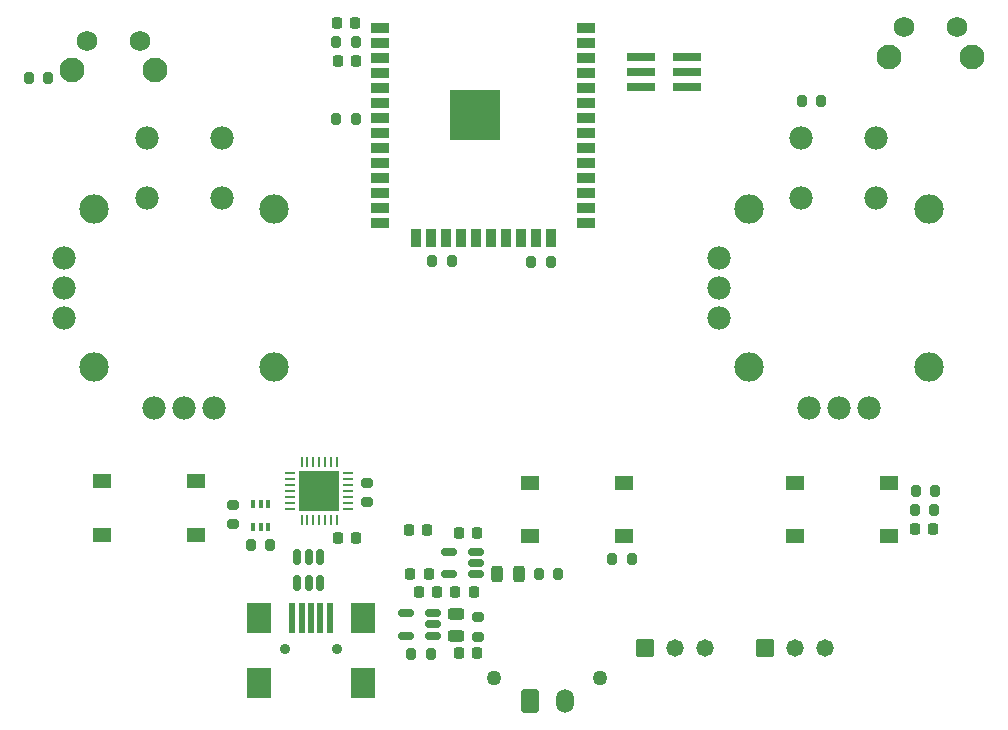
<source format=gbr>
%TF.GenerationSoftware,KiCad,Pcbnew,9.0.1*%
%TF.CreationDate,2025-04-06T10:41:45+02:00*%
%TF.ProjectId,RcSender,52635365-6e64-4657-922e-6b696361645f,rev?*%
%TF.SameCoordinates,Original*%
%TF.FileFunction,Soldermask,Top*%
%TF.FilePolarity,Negative*%
%FSLAX46Y46*%
G04 Gerber Fmt 4.6, Leading zero omitted, Abs format (unit mm)*
G04 Created by KiCad (PCBNEW 9.0.1) date 2025-04-06 10:41:45*
%MOMM*%
%LPD*%
G01*
G04 APERTURE LIST*
G04 Aperture macros list*
%AMRoundRect*
0 Rectangle with rounded corners*
0 $1 Rounding radius*
0 $2 $3 $4 $5 $6 $7 $8 $9 X,Y pos of 4 corners*
0 Add a 4 corners polygon primitive as box body*
4,1,4,$2,$3,$4,$5,$6,$7,$8,$9,$2,$3,0*
0 Add four circle primitives for the rounded corners*
1,1,$1+$1,$2,$3*
1,1,$1+$1,$4,$5*
1,1,$1+$1,$6,$7*
1,1,$1+$1,$8,$9*
0 Add four rect primitives between the rounded corners*
20,1,$1+$1,$2,$3,$4,$5,0*
20,1,$1+$1,$4,$5,$6,$7,0*
20,1,$1+$1,$6,$7,$8,$9,0*
20,1,$1+$1,$8,$9,$2,$3,0*%
G04 Aperture macros list end*
%ADD10RoundRect,0.200000X-0.275000X0.200000X-0.275000X-0.200000X0.275000X-0.200000X0.275000X0.200000X0*%
%ADD11RoundRect,0.102000X-0.634000X-0.634000X0.634000X-0.634000X0.634000X0.634000X-0.634000X0.634000X0*%
%ADD12C,1.472000*%
%ADD13RoundRect,0.100000X0.100000X-0.225000X0.100000X0.225000X-0.100000X0.225000X-0.100000X-0.225000X0*%
%ADD14R,1.500000X0.900000*%
%ADD15R,0.900000X1.500000*%
%ADD16C,0.600000*%
%ADD17R,4.200000X4.200000*%
%ADD18RoundRect,0.150000X0.512500X0.150000X-0.512500X0.150000X-0.512500X-0.150000X0.512500X-0.150000X0*%
%ADD19RoundRect,0.200000X0.275000X-0.200000X0.275000X0.200000X-0.275000X0.200000X-0.275000X-0.200000X0*%
%ADD20RoundRect,0.225000X0.225000X0.250000X-0.225000X0.250000X-0.225000X-0.250000X0.225000X-0.250000X0*%
%ADD21C,2.100000*%
%ADD22C,1.750000*%
%ADD23RoundRect,0.243750X-0.243750X-0.456250X0.243750X-0.456250X0.243750X0.456250X-0.243750X0.456250X0*%
%ADD24RoundRect,0.200000X0.200000X0.275000X-0.200000X0.275000X-0.200000X-0.275000X0.200000X-0.275000X0*%
%ADD25RoundRect,0.243750X0.456250X-0.243750X0.456250X0.243750X-0.456250X0.243750X-0.456250X-0.243750X0*%
%ADD26RoundRect,0.225000X-0.225000X-0.250000X0.225000X-0.250000X0.225000X0.250000X-0.225000X0.250000X0*%
%ADD27RoundRect,0.218750X0.218750X0.256250X-0.218750X0.256250X-0.218750X-0.256250X0.218750X-0.256250X0*%
%ADD28R,1.550000X1.300000*%
%ADD29RoundRect,0.200000X-0.200000X-0.275000X0.200000X-0.275000X0.200000X0.275000X-0.200000X0.275000X0*%
%ADD30R,2.400000X0.740000*%
%ADD31RoundRect,0.062500X0.062500X-0.337500X0.062500X0.337500X-0.062500X0.337500X-0.062500X-0.337500X0*%
%ADD32RoundRect,0.062500X0.337500X-0.062500X0.337500X0.062500X-0.337500X0.062500X-0.337500X-0.062500X0*%
%ADD33R,3.350000X3.350000*%
%ADD34C,1.270000*%
%ADD35RoundRect,0.250001X-0.499999X-0.759999X0.499999X-0.759999X0.499999X0.759999X-0.499999X0.759999X0*%
%ADD36O,1.500000X2.020000*%
%ADD37RoundRect,0.150000X0.150000X-0.512500X0.150000X0.512500X-0.150000X0.512500X-0.150000X-0.512500X0*%
%ADD38C,1.982000*%
%ADD39C,2.490000*%
%ADD40C,0.900000*%
%ADD41R,0.500000X2.500000*%
%ADD42R,2.000000X2.500000*%
G04 APERTURE END LIST*
D10*
%TO.C,R13*%
X64200000Y-121500000D03*
X64200000Y-123150000D03*
%TD*%
D11*
%TO.C,POT1*%
X97950000Y-135500000D03*
D12*
X100490000Y-135500000D03*
X103030000Y-135500000D03*
%TD*%
D13*
%TO.C,Q1*%
X54580000Y-125220000D03*
X55230000Y-125220000D03*
X55880000Y-125220000D03*
X55880000Y-123320000D03*
X55230000Y-123320000D03*
X54580000Y-123320000D03*
%TD*%
D14*
%TO.C,U4*%
X65305000Y-83035000D03*
X65305000Y-84305000D03*
X65305000Y-85575000D03*
X65305000Y-86845000D03*
X65305000Y-88115000D03*
X65305000Y-89385000D03*
X65305000Y-90655000D03*
X65305000Y-91925000D03*
X65305000Y-93195000D03*
X65305000Y-94465000D03*
X65305000Y-95735000D03*
X65305000Y-97005000D03*
X65305000Y-98275000D03*
X65305000Y-99545000D03*
D15*
X68345000Y-100795000D03*
X69615000Y-100795000D03*
X70885000Y-100795000D03*
X72155000Y-100795000D03*
X73425000Y-100795000D03*
X74695000Y-100795000D03*
X75965000Y-100795000D03*
X77235000Y-100795000D03*
X78505000Y-100795000D03*
X79775000Y-100795000D03*
D14*
X82805000Y-99545000D03*
X82805000Y-98275000D03*
X82805000Y-97005000D03*
X82805000Y-95735000D03*
X82805000Y-94465000D03*
X82805000Y-93195000D03*
X82805000Y-91925000D03*
X82805000Y-90655000D03*
X82805000Y-89385000D03*
X82805000Y-88115000D03*
X82805000Y-86845000D03*
X82805000Y-85575000D03*
X82805000Y-84305000D03*
X82805000Y-83035000D03*
D16*
X71850000Y-89612500D03*
X71850000Y-91137500D03*
X72612500Y-88850000D03*
X72612500Y-90375000D03*
X72612500Y-91900000D03*
X73375000Y-89612500D03*
D17*
X73375000Y-90375000D03*
D16*
X73375000Y-91137500D03*
X74137500Y-88850000D03*
X74137500Y-90375000D03*
X74137500Y-91900000D03*
X74900000Y-89612500D03*
X74900000Y-91137500D03*
%TD*%
D18*
%TO.C,U2*%
X73425000Y-129250000D03*
X73425000Y-128300000D03*
X73425000Y-127350000D03*
X71150000Y-127350000D03*
X71150000Y-129250000D03*
%TD*%
D19*
%TO.C,R2*%
X73600000Y-134550000D03*
X73600000Y-132900000D03*
%TD*%
D20*
%TO.C,C3*%
X73575000Y-125800000D03*
X72025000Y-125800000D03*
%TD*%
D21*
%TO.C,SW1*%
X39275000Y-86602500D03*
X46285000Y-86602500D03*
D22*
X40525000Y-84112500D03*
X45025000Y-84112500D03*
%TD*%
D23*
%TO.C,D2*%
X75225000Y-129200000D03*
X77100000Y-129200000D03*
%TD*%
D24*
%TO.C,R3*%
X80450000Y-129200000D03*
X78800000Y-129200000D03*
%TD*%
D25*
%TO.C,D1*%
X71800000Y-134475000D03*
X71800000Y-132600000D03*
%TD*%
D26*
%TO.C,C9*%
X61750000Y-126200000D03*
X63300000Y-126200000D03*
%TD*%
D27*
%TO.C,FB1*%
X73275000Y-130800000D03*
X71700000Y-130800000D03*
%TD*%
D28*
%TO.C,SW3*%
X78020000Y-121550000D03*
X85980000Y-121550000D03*
X78020000Y-126050000D03*
X85980000Y-126050000D03*
%TD*%
D29*
%TO.C,R7*%
X85000000Y-128000000D03*
X86650000Y-128000000D03*
%TD*%
D20*
%TO.C,C1*%
X73575000Y-135950000D03*
X72025000Y-135950000D03*
%TD*%
D29*
%TO.C,R5*%
X35600000Y-87200000D03*
X37250000Y-87200000D03*
%TD*%
%TO.C,R12*%
X101050000Y-89200000D03*
X102700000Y-89200000D03*
%TD*%
D30*
%TO.C,J3*%
X87450000Y-85430000D03*
X91350000Y-85430000D03*
X87450000Y-86700000D03*
X91350000Y-86700000D03*
X87450000Y-87970000D03*
X91350000Y-87970000D03*
%TD*%
D31*
%TO.C,U7*%
X58700000Y-124650000D03*
X59200000Y-124650000D03*
X59700000Y-124650000D03*
X60200000Y-124650000D03*
X60700000Y-124650000D03*
X61200000Y-124650000D03*
X61700000Y-124650000D03*
D32*
X62650000Y-123700000D03*
X62650000Y-123200000D03*
X62650000Y-122700000D03*
X62650000Y-122200000D03*
X62650000Y-121700000D03*
X62650000Y-121200000D03*
X62650000Y-120700000D03*
D31*
X61700000Y-119750000D03*
X61200000Y-119750000D03*
X60700000Y-119750000D03*
X60200000Y-119750000D03*
X59700000Y-119750000D03*
X59200000Y-119750000D03*
X58700000Y-119750000D03*
D32*
X57750000Y-120700000D03*
X57750000Y-121200000D03*
X57750000Y-121700000D03*
X57750000Y-122200000D03*
X57750000Y-122700000D03*
X57750000Y-123200000D03*
X57750000Y-123700000D03*
D33*
X60200000Y-122200000D03*
%TD*%
D28*
%TO.C,BT1*%
X100500000Y-121550000D03*
X108460000Y-121550000D03*
X100500000Y-126050000D03*
X108460000Y-126050000D03*
%TD*%
D10*
%TO.C,R15*%
X52900000Y-123375000D03*
X52900000Y-125025000D03*
%TD*%
D29*
%TO.C,R14*%
X54400000Y-126800000D03*
X56050000Y-126800000D03*
%TD*%
D34*
%TO.C,J2*%
X75000000Y-138000000D03*
X84000000Y-138000000D03*
D35*
X78000000Y-139960000D03*
D36*
X81000000Y-139960000D03*
%TD*%
D37*
%TO.C,U3*%
X58350000Y-130037500D03*
X59300000Y-130037500D03*
X60250000Y-130037500D03*
X60250000Y-127762500D03*
X59300000Y-127762500D03*
X58350000Y-127762500D03*
%TD*%
D20*
%TO.C,C4*%
X69450000Y-129200000D03*
X67900000Y-129200000D03*
%TD*%
D29*
%TO.C,R8*%
X78150000Y-102800000D03*
X79800000Y-102800000D03*
%TD*%
%TO.C,R9*%
X61650000Y-84200000D03*
X63300000Y-84200000D03*
%TD*%
D26*
%TO.C,C5*%
X110625000Y-125400000D03*
X112175000Y-125400000D03*
%TD*%
D20*
%TO.C,C2*%
X70200000Y-130800000D03*
X68650000Y-130800000D03*
%TD*%
D28*
%TO.C,SW4*%
X41840000Y-121400000D03*
X49800000Y-121400000D03*
X41840000Y-125900000D03*
X49800000Y-125900000D03*
%TD*%
D20*
%TO.C,C8*%
X69350000Y-125550000D03*
X67800000Y-125550000D03*
%TD*%
D29*
%TO.C,R1*%
X68000000Y-136050000D03*
X69650000Y-136050000D03*
%TD*%
D38*
%TO.C,U5*%
X45575000Y-92300000D03*
X51925000Y-92300000D03*
X45575000Y-97380000D03*
X51925000Y-97380000D03*
X46210000Y-115160000D03*
X48750000Y-115160000D03*
X51290000Y-115160000D03*
D39*
X41130000Y-98332500D03*
X41130000Y-111667500D03*
X56370000Y-111667500D03*
X56370000Y-98332500D03*
D38*
X38590000Y-102460000D03*
X38590000Y-105000000D03*
X38590000Y-107540000D03*
%TD*%
D24*
%TO.C,R11*%
X63300000Y-90700000D03*
X61650000Y-90700000D03*
%TD*%
D26*
%TO.C,C6*%
X61750000Y-85800000D03*
X63300000Y-85800000D03*
%TD*%
D20*
%TO.C,C7*%
X63250000Y-82600000D03*
X61700000Y-82600000D03*
%TD*%
D24*
%TO.C,R10*%
X112350000Y-122200000D03*
X110700000Y-122200000D03*
%TD*%
D18*
%TO.C,U1*%
X69800000Y-134450000D03*
X69800000Y-133500000D03*
X69800000Y-132550000D03*
X67525000Y-132550000D03*
X67525000Y-134450000D03*
%TD*%
D24*
%TO.C,R6*%
X71400000Y-102700000D03*
X69750000Y-102700000D03*
%TD*%
D38*
%TO.C,U6*%
X101005000Y-92300000D03*
X107355000Y-92300000D03*
X101005000Y-97380000D03*
X107355000Y-97380000D03*
X101640000Y-115160000D03*
X104180000Y-115160000D03*
X106720000Y-115160000D03*
D39*
X96560000Y-98332500D03*
X96560000Y-111667500D03*
X111800000Y-111667500D03*
X111800000Y-98332500D03*
D38*
X94020000Y-102460000D03*
X94020000Y-105000000D03*
X94020000Y-107540000D03*
%TD*%
D21*
%TO.C,SW2*%
X108475000Y-85452500D03*
X115485000Y-85452500D03*
D22*
X109725000Y-82962500D03*
X114225000Y-82962500D03*
%TD*%
D24*
%TO.C,R4*%
X112250000Y-123800000D03*
X110600000Y-123800000D03*
%TD*%
D11*
%TO.C,POT2*%
X87760000Y-135500000D03*
D12*
X90300000Y-135500000D03*
X92840000Y-135500000D03*
%TD*%
D40*
%TO.C,J1*%
X57300000Y-135575000D03*
X61700000Y-135575000D03*
D41*
X57900000Y-132975000D03*
X58700000Y-132975000D03*
X59500000Y-132975000D03*
X60300000Y-132975000D03*
X61100000Y-132975000D03*
D42*
X55100000Y-132975000D03*
X55100000Y-138475000D03*
X63900000Y-132975000D03*
X63900000Y-138475000D03*
%TD*%
M02*

</source>
